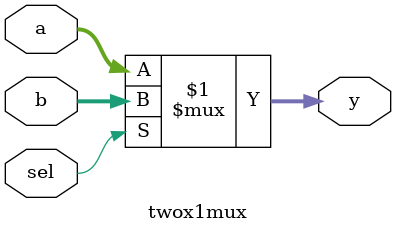
<source format=v>
`timescale 1ns / 1ps


module twox1mux#(parameter DATA_WIDTH = 4)(
    input [DATA_WIDTH-1:0] a,
    input [DATA_WIDTH-1:0] b,
    input sel,
    output [DATA_WIDTH-1:0] y
    );
    
        assign y = sel ? b:a;
endmodule

</source>
